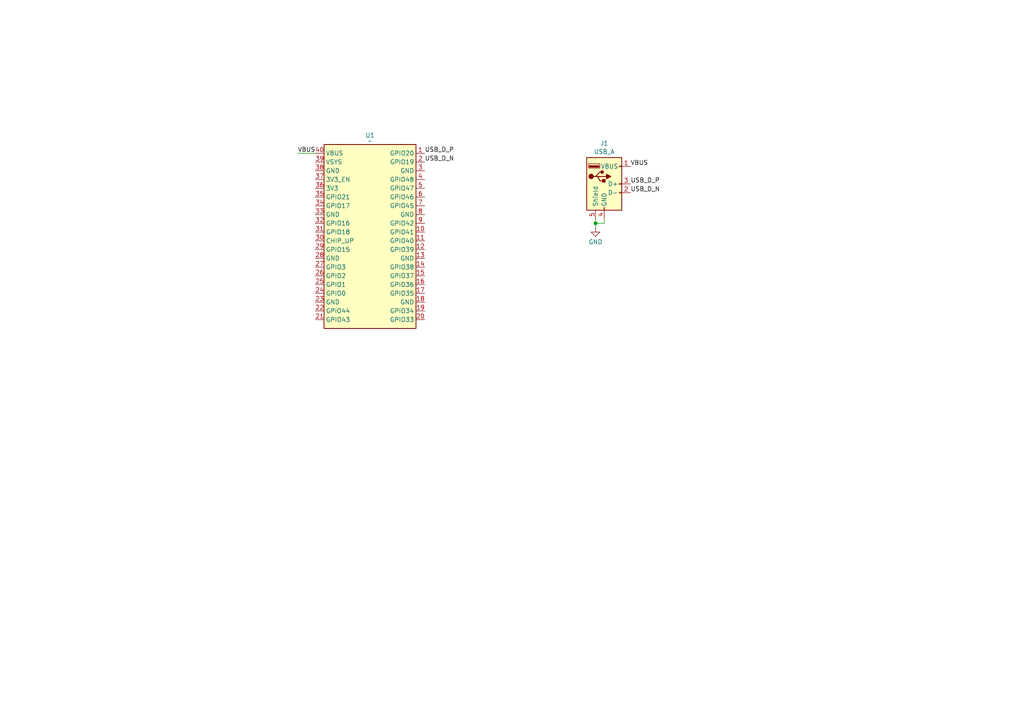
<source format=kicad_sch>
(kicad_sch (version 20231120) (generator "eeschema") (generator_version "8.0")
  (paper "A4")
  (lib_symbols
    (symbol "Connector:USB_A" (pin_names (offset 1.016))
      (property "Reference" "J" (at -5.08 11.43 0))
      (property "Value" "USB_A" (at -5.08 8.89 0))
      (symbol "USB_A_0_1"
        (rectangle (start -5.08 -7.62) (end 5.08 7.62) (stroke (width 0.254)) (fill (type background)))
        (circle (center -3.81 2.159) (radius 0.635) (stroke (width 0.254)) (fill (type outline)))
        (rectangle (start -1.524 4.826) (end -4.318 5.334) (fill (type outline)))
        (rectangle (start -1.27 4.572) (end -4.572 5.842))
        (circle (center -0.635 3.429) (radius 0.381) (stroke (width 0.254)) (fill (type outline)))
        (rectangle (start -0.127 -7.62) (end 0.127 -6.858))
        (polyline (pts (xy -3.175 2.159) (xy -2.54 2.159) (xy -1.27 3.429) (xy -0.635 3.429)) (stroke (width 0.254)))
        (polyline (pts (xy -2.54 2.159) (xy -1.905 2.159) (xy -1.27 0.889) (xy 0 0.889)) (stroke (width 0.254)))
        (polyline (pts (xy 0.635 2.794) (xy 0.635 1.524) (xy 1.905 2.159) (xy 0.635 2.794)) (stroke (width 0.254)) (fill (type outline)))
        (rectangle (start 0.254 1.27) (end -0.508 0.508) (stroke (width 0.254)) (fill (type outline)))
        (rectangle (start 5.08 -2.667) (end 4.318 -2.413))
        (rectangle (start 5.08 -0.127) (end 4.318 0.127))
        (rectangle (start 5.08 4.953) (end 4.318 5.207))
      )
      (symbol "USB_A_1_1"
        (polyline (pts (xy -1.905 2.159) (xy 0.635 2.159)) (stroke (width 0.254)))
        (pin power_in line (at 7.62 5.08 180) (length 2.54) (name "VBUS") (number "1"))
        (pin bidirectional line (at 7.62 -2.54 180) (length 2.54) (name "D-") (number "2"))
        (pin bidirectional line (at 7.62 0 180) (length 2.54) (name "D+") (number "3"))
        (pin power_in line (at 0 -10.16 90) (length 2.54) (name "GND") (number "4"))
        (pin passive line (at -2.54 -10.16 90) (length 2.54) (name "Shield") (number "5"))
      )
    )
    (symbol "esp32-ups-snmp:Waveshare_esp32-s3_eth"
      (property "Reference" "U" (at -12.446 1.524 0))
      (symbol "Waveshare_esp32-s3_eth_0_1"
        (rectangle (start -12.7 0) (end 13.97 -53.34) (stroke (width 0.254)) (fill (type background)))
      )
      (symbol "Waveshare_esp32-s3_eth_1_1"
        (pin bidirectional line (at 16.51 -2.54 180) (length 2.54) (name "GPIO20") (number "1"))
        (pin bidirectional line (at 16.51 -25.4 180) (length 2.54) (name "GPIO41") (number "10"))
        (pin bidirectional line (at 16.51 -27.94 180) (length 2.54) (name "GPIO40") (number "11"))
        (pin bidirectional line (at 16.51 -30.48 180) (length 2.54) (name "GPIO39") (number "12"))
        (pin power_out line (at 16.51 -33.02 180) (length 2.54) (name "GND") (number "13"))
        (pin bidirectional line (at 16.51 -35.56 180) (length 2.54) (name "GPIO38") (number "14"))
        (pin bidirectional line (at 16.51 -38.1 180) (length 2.54) (name "GPIO37") (number "15"))
        (pin bidirectional line (at 16.51 -40.64 180) (length 2.54) (name "GPIO36") (number "16"))
        (pin bidirectional line (at 16.51 -43.18 180) (length 2.54) (name "GPIO35") (number "17"))
        (pin power_out line (at 16.51 -45.72 180) (length 2.54) (name "GND") (number "18"))
        (pin bidirectional line (at 16.51 -48.26 180) (length 2.54) (name "GPIO34") (number "19"))
        (pin bidirectional line (at 16.51 -5.08 180) (length 2.54) (name "GPIO19") (number "2"))
        (pin bidirectional line (at 16.51 -50.8 180) (length 2.54) (name "GPIO33") (number "20"))
        (pin bidirectional line (at -15.24 -50.8 0) (length 2.54) (name "GPIO43") (number "21"))
        (pin bidirectional line (at -15.24 -48.26 0) (length 2.54) (name "GPIO44") (number "22"))
        (pin power_out line (at -15.24 -45.72 0) (length 2.54) (name "GND") (number "23"))
        (pin bidirectional line (at -15.24 -43.18 0) (length 2.54) (name "GPIO0") (number "24"))
        (pin bidirectional line (at -15.24 -40.64 0) (length 2.54) (name "GPIO1") (number "25"))
        (pin bidirectional line (at -15.24 -38.1 0) (length 2.54) (name "GPIO2") (number "26"))
        (pin bidirectional line (at -15.24 -35.56 0) (length 2.54) (name "GPIO3") (number "27"))
        (pin power_out line (at -15.24 -33.02 0) (length 2.54) (name "GND") (number "28"))
        (pin bidirectional line (at -15.24 -30.48 0) (length 2.54) (name "GPIO15") (number "29"))
        (pin power_out line (at 16.51 -7.62 180) (length 2.54) (name "GND") (number "3"))
        (pin input line (at -15.24 -27.94 0) (length 2.54) (name "CHIP_UP") (number "30"))
        (pin bidirectional line (at -15.24 -25.4 0) (length 2.54) (name "GPIO18") (number "31"))
        (pin bidirectional line (at -15.24 -22.86 0) (length 2.54) (name "GPIO16") (number "32"))
        (pin power_out line (at -15.24 -20.32 0) (length 2.54) (name "GND") (number "33"))
        (pin bidirectional line (at -15.24 -17.78 0) (length 2.54) (name "GPIO17") (number "34"))
        (pin bidirectional line (at -15.24 -15.24 0) (length 2.54) (name "GPIO21") (number "35"))
        (pin power_out line (at -15.24 -12.7 0) (length 2.54) (name "3V3") (number "36"))
        (pin input line (at -15.24 -10.16 0) (length 2.54) (name "3V3_EN") (number "37"))
        (pin power_out line (at -15.24 -7.62 0) (length 2.54) (name "GND") (number "38"))
        (pin power_out line (at -15.24 -5.08 0) (length 2.54) (name "VSYS") (number "39"))
        (pin bidirectional line (at 16.51 -10.16 180) (length 2.54) (name "GPIO48") (number "4"))
        (pin power_out line (at -15.24 -2.54 0) (length 2.54) (name "VBUS") (number "40"))
        (pin bidirectional line (at 16.51 -12.7 180) (length 2.54) (name "GPIO47") (number "5"))
        (pin bidirectional line (at 16.51 -15.24 180) (length 2.54) (name "GPIO46") (number "6"))
        (pin bidirectional line (at 16.51 -17.78 180) (length 2.54) (name "GPIO45") (number "7"))
        (pin power_out line (at 16.51 -20.32 180) (length 2.54) (name "GND") (number "8"))
        (pin bidirectional line (at 16.51 -22.86 180) (length 2.54) (name "GPIO42") (number "9"))
      )
    )
    (symbol "power:GND" (power) (pin_numbers hide) (pin_names (offset 0) hide)
      (property "Value" "GND" (at 0 -3.81 0))
      (symbol "GND_0_1"
        (polyline (pts (xy 0 0) (xy 0 -1.27) (xy 1.27 -1.27) (xy 0 -2.54) (xy -1.27 -1.27) (xy 0 -1.27)))
      )
      (symbol "GND_1_1"
        (pin power_in line (at 0 0 270) (length 0) (name "~") (number "1"))
      )
    )
  )
  (junction (at 172.72 64.77))
  (wire (pts (xy 175.26 64.77) (xy 175.26 63.5)))
  (wire (pts (xy 172.72 64.77) (xy 175.26 64.77)))
  (wire (pts (xy 172.72 64.77) (xy 172.72 66.04)))
  (wire (pts (xy 86.36 44.45) (xy 91.44 44.45)))
  (wire (pts (xy 172.72 63.5) (xy 172.72 64.77)))
  (label "USB_D_P" (at 123.19 44.45 0))
  (label "USB_D_N" (at 123.19 46.99 0))
  (label "USB_D_P" (at 182.88 53.34 0))
  (label "VBUS" (at 182.88 48.26 0))
  (label "USB_D_N" (at 182.88 55.88 0))
  (label "VBUS" (at 86.36 44.45 0))
  (symbol (lib_id "power:GND") (at 172.72 66.04 0) (unit 1)
    (property "Reference" "#PWR01" (effects (hide yes)))
    (property "Value" "GND" (at 172.72 70.1731 0))
    (property "Description" "Power symbol creates a global label with name \"GND\" , ground" (effects (hide yes)))
  )
  (symbol (lib_id "Connector:USB_A") (at 175.26 53.34 0) (unit 1)
    (property "Reference" "J1" (at 175.26 41.5755 0))
    (property "Value" "USB_A" (at 175.26 43.9998 0))
    (property "Footprint" "Connector_USB:USB_A_Wuerth_614004134726_Horizontal" (effects (hide yes)))
    (property "Description" "USB Type A connector" (effects (hide yes)))
  )
  (symbol (lib_id "esp32-ups-snmp:Waveshare_esp32-s3_eth") (at 106.68 41.91 0) (unit 1)
    (property "Reference" "U1" (at 107.315 39.2515 0))
    (property "Value" "~" (at 107.315 40.9329 0))
    (property "Footprint" "esp-ups-snmp-Library:waveshare_esp32-s3_eth" (effects (hide yes)))
  )
)
</source>
